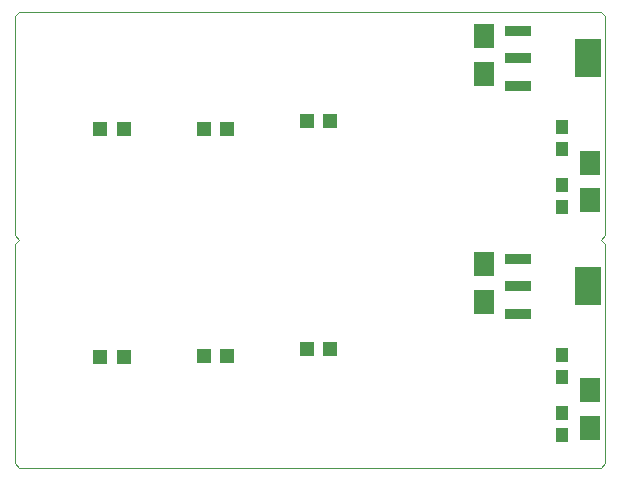
<source format=gtp>
G75*
G70*
%OFA0B0*%
%FSLAX24Y24*%
%IPPOS*%
%LPD*%
%AMOC8*
5,1,8,0,0,1.08239X$1,22.5*
%
%ADD10C,0.0000*%
%ADD11R,0.0906X0.0374*%
%ADD12R,0.0906X0.1280*%
%ADD13R,0.0394X0.0512*%
%ADD14R,0.0472X0.0472*%
%ADD15R,0.0709X0.0787*%
D10*
X002416Y003180D02*
X002416Y003180D01*
X002259Y003337D01*
X002259Y003338D02*
X002259Y010621D01*
X002416Y010778D01*
X002259Y010936D01*
X002259Y010937D02*
X002259Y018219D01*
X002416Y018377D01*
X021786Y018377D01*
X021944Y018219D01*
X021944Y010936D01*
X021786Y010778D01*
X021944Y010621D01*
X021944Y003337D01*
X021944Y003337D01*
X021786Y003180D01*
X021785Y003180D02*
X002416Y003180D01*
X002416Y010778D02*
X002416Y010778D01*
X021944Y010935D02*
X021944Y010936D01*
D11*
X019041Y010127D03*
X019041Y009222D03*
X019041Y008316D03*
X019041Y015915D03*
X019041Y016820D03*
X019041Y017726D03*
D12*
X021363Y016820D03*
X021363Y009222D03*
D13*
X020491Y006940D03*
X020491Y006192D03*
X020491Y005011D03*
X020491Y004263D03*
X020491Y011861D03*
X020491Y012609D03*
X020491Y013790D03*
X020491Y014538D03*
D14*
X012774Y014734D03*
X011987Y014734D03*
X009349Y014482D03*
X008562Y014482D03*
X005885Y014479D03*
X005097Y014479D03*
X011987Y007135D03*
X012774Y007135D03*
X009349Y006884D03*
X008562Y006884D03*
X005885Y006881D03*
X005097Y006881D03*
D15*
X017893Y008693D03*
X017893Y009953D03*
X021437Y012089D03*
X021437Y013349D03*
X017893Y016292D03*
X017893Y017551D03*
X021437Y005751D03*
X021437Y004491D03*
M02*

</source>
